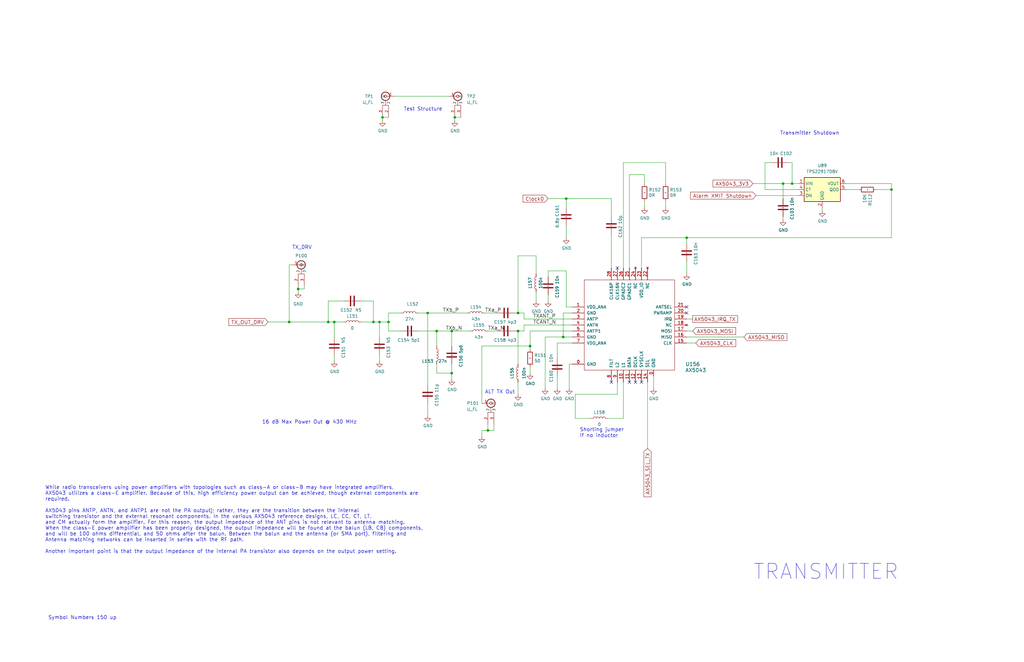
<source format=kicad_sch>
(kicad_sch (version 20230121) (generator eeschema)
  (paper "USLedger")
  (title_block (title "Radiation Tolerant PacSat Communication") (date "2023-06-17") (rev "A") (company "AMSAT-NA") (comment 1 "N5BRG"))
  (lib_symbols
    (symbol "Device:C" (pin_numbers hide) (pin_names (offset 0.254))
      (property "Reference" "C" (at 0.635 2.54 0))
      (property "Value" "C" (at 0.635 -2.54 0))
      (symbol "C_0_1"
        (polyline (pts (xy -2.032 -0.762) (xy 2.032 -0.762)) (stroke (width 0.508)))
        (polyline (pts (xy -2.032 0.762) (xy 2.032 0.762)) (stroke (width 0.508)))
      )
      (symbol "C_1_1"
        (pin passive line (at 0 3.81 270) (length 2.794) (name "~") (number "1"))
        (pin passive line (at 0 -3.81 90) (length 2.794) (name "~") (number "2"))
      )
    )
    (symbol "Device:L" (pin_numbers hide) (pin_names (offset 1.016) hide)
      (property "Reference" "L" (at -1.27 0 90))
      (property "Value" "L" (at 1.905 0 90))
      (symbol "L_0_1"
        (arc (start 0 -2.54) (mid 0.6323 -1.905) (end 0 -1.27))
        (arc (start 0 -1.27) (mid 0.6323 -0.635) (end 0 0))
        (arc (start 0 0) (mid 0.6323 0.635) (end 0 1.27))
        (arc (start 0 1.27) (mid 0.6323 1.905) (end 0 2.54))
      )
      (symbol "L_1_1"
        (pin passive line (at 0 3.81 270) (length 1.27) (name "1") (number "1"))
        (pin passive line (at 0 -3.81 90) (length 1.27) (name "2") (number "2"))
      )
    )
    (symbol "Device:R" (pin_numbers hide) (pin_names (offset 0))
      (property "Reference" "R" (at 2.032 0 90))
      (property "Value" "R" (at 0 0 90))
      (symbol "R_0_1"
        (rectangle (start -1.016 -2.54) (end 1.016 2.54) (stroke (width 0.254)))
      )
      (symbol "R_1_1"
        (pin passive line (at 0 3.81 270) (length 1.27) (name "~") (number "1"))
        (pin passive line (at 0 -3.81 90) (length 1.27) (name "~") (number "2"))
      )
    )
    (symbol "PACSAT_DEV_misc:AX5043" (pin_names (offset 1.016))
      (property "Reference" "U156" (at 16.51 -21.59 0))
      (property "Value" "AX5043" (at -5.08 0 0))
      (symbol "AX5043_0_1"
        (rectangle (start -19.05 19.05) (end 19.05 -19.05))
      )
      (symbol "AX5043_1_1"
        (pin passive line (at -24.13 -16.51 0) (length 5.08) (name "GND") (number "0"))
        (pin power_in line (at 10.16 -21.59 90) (length 2.54) (name "GND") (number "0"))
        (pin passive line (at -24.13 7.62 0) (length 5.08) (name "VDD_ANA") (number "1"))
        (pin passive line (at -2.54 -24.13 90) (length 5.08) (name "L1") (number "10"))
        (pin input line (at 0 -24.13 90) (length 5.08) (name "DATA") (number "11"))
        (pin input line (at 2.54 -24.13 90) (length 5.08) (name "DCLK") (number "12"))
        (pin output line (at 5.08 -24.13 90) (length 5.08) (name "SYSCLK") (number "13"))
        (pin input line (at 7.62 -24.13 90) (length 5.08) (name "SEL") (number "14"))
        (pin input line (at 24.13 -7.62 180) (length 5.08) (name "CLK") (number "15"))
        (pin tri_state line (at 24.13 -5.08 180) (length 5.08) (name "MISO") (number "16"))
        (pin input line (at 24.13 -2.54 180) (length 5.08) (name "MOSI") (number "17"))
        (pin no_connect line (at 24.13 0 180) (length 5.08) (name "NC") (number "18"))
        (pin output line (at 24.13 2.54 180) (length 5.08) (name "IRQ") (number "19"))
        (pin input line (at -24.13 5.08 0) (length 5.08) (name "GND") (number "2"))
        (pin output line (at 24.13 5.08 180) (length 5.08) (name "PWRAMP") (number "20"))
        (pin output line (at 24.13 7.62 180) (length 5.08) (name "ANTSEL") (number "21"))
        (pin no_connect line (at 7.62 24.13 270) (length 5.08) (name "NC") (number "22"))
        (pin passive line (at 5.08 24.13 270) (length 5.08) (name "VDD_IO") (number "23"))
        (pin no_connect line (at 2.54 24.13 270) (length 5.08) (name "NC") (number "24"))
        (pin input line (at 0 24.13 270) (length 5.08) (name "GPADC1") (number "25"))
        (pin input line (at -2.54 24.13 270) (length 5.08) (name "GPADC2") (number "26"))
        (pin passive line (at -5.08 24.13 270) (length 5.08) (name "CLK16N") (number "27"))
        (pin passive line (at -7.62 24.13 270) (length 5.08) (name "CLK16P") (number "28"))
        (pin bidirectional line (at -24.13 2.54 0) (length 5.08) (name "ANTP") (number "3"))
        (pin bidirectional line (at -24.13 0 0) (length 5.08) (name "ANTN") (number "4"))
        (pin output line (at -24.13 -2.54 0) (length 5.08) (name "ANTP1") (number "5"))
        (pin input line (at -24.13 -5.08 0) (length 5.08) (name "GND") (number "6"))
        (pin passive line (at -24.13 -7.62 0) (length 5.08) (name "VDD_ANA") (number "7"))
        (pin passive line (at -7.62 -24.13 90) (length 5.08) (name "FILT") (number "8"))
        (pin passive line (at -5.08 -24.13 90) (length 5.08) (name "L2") (number "9"))
      )
    )
    (symbol "PACSAT_DEV_misc:U_FL"
      (property "Reference" "U" (at -3.81 2.54 0))
      (symbol "U_FL_0_1"
        (polyline (pts (xy -1.27 -3.81) (xy 1.27 -3.81)))
        (polyline (pts (xy 0 -3.81) (xy 0 -1.778)))
        (circle (center 0 0) (radius 0.508) (stroke (width 0.2032)))
        (circle (center 0 0) (radius 1.778) (stroke (width 0.3048)))
      )
      (symbol "U_FL_1_1"
        (pin bidirectional line (at -3.81 0 0) (length 3.302) (name "In") (number "1"))
        (pin power_in line (at -1.27 -8.89 90) (length 5.08) (name "2") (number "2"))
        (pin power_in line (at 1.27 -8.89 90) (length 5.08) (name "3") (number "3"))
      )
    )
    (symbol "Power_Management:TPS22917DBV"
      (property "Reference" "U" (at -6.35 6.35 0))
      (property "Value" "TPS22917DBV" (at 2.54 6.35 0))
      (symbol "TPS22917DBV_0_1"
        (rectangle (start -7.62 5.08) (end 7.62 -5.08) (stroke (width 0.254)) (fill (type background)))
      )
      (symbol "TPS22917DBV_1_1"
        (pin power_in line (at -10.16 2.54 0) (length 2.54) (name "VIN") (number "1"))
        (pin power_in line (at 0 -7.62 90) (length 2.54) (name "GND") (number "2"))
        (pin input line (at -10.16 -2.54 0) (length 2.54) (name "ON") (number "3"))
        (pin output line (at -10.16 0 0) (length 2.54) (name "CT") (number "4"))
        (pin open_collector line (at 10.16 0 180) (length 2.54) (name "QOD") (number "5"))
        (pin power_out line (at 10.16 2.54 180) (length 2.54) (name "VOUT") (number "6"))
      )
    )
    (symbol "power:GND" (power) (pin_names (offset 0))
      (property "Value" "GND" (at 0 -3.81 0))
      (symbol "GND_0_1"
        (polyline (pts (xy 0 0) (xy 0 -1.27) (xy 1.27 -1.27) (xy 0 -2.54) (xy -1.27 -1.27) (xy 0 -1.27)))
      )
      (symbol "GND_1_1"
        (pin power_in line (at 0 0 270) (length 0) hide (name "GND") (number "1"))
      )
    )
  )
  (junction (at 184.15 139.7))
  (junction (at 180.34 132.08))
  (junction (at 125.73 121.92))
  (junction (at 138.43 135.89))
  (junction (at 190.5 139.7))
  (junction (at 191.77 49.53))
  (junction (at 237.49 142.24))
  (junction (at 157.48 135.89))
  (junction (at 121.92 135.89))
  (junction (at 205.74 181.61))
  (junction (at 375.92 80.01))
  (junction (at 140.97 135.89))
  (junction (at 218.44 139.7))
  (junction (at 160.02 135.89))
  (junction (at 223.52 146.05))
  (junction (at 161.29 49.53))
  (junction (at 190.5 157.48))
  (junction (at 218.44 132.08))
  (junction (at 289.56 100.33))
  (junction (at 163.83 135.89))
  (junction (at 334.01 77.47))
  (junction (at 238.76 83.82))
  (junction (at 330.2 77.47))
  (no_connect (at 260.35 113.03))
  (no_connect (at 267.97 161.29))
  (no_connect (at 257.81 161.29))
  (no_connect (at 289.56 129.54))
  (no_connect (at 270.51 161.29))
  (no_connect (at 265.43 161.29))
  (no_connect (at 289.56 132.08))
  (wire (pts (xy 180.34 132.08) (xy 196.85 132.08)))
  (wire (pts (xy 265.43 73.66) (xy 271.78 73.66)))
  (wire (pts (xy 238.76 114.3) (xy 231.14 114.3)))
  (wire (pts (xy 163.83 132.08) (xy 168.91 132.08)))
  (wire (pts (xy 237.49 142.24) (xy 241.3 142.24)))
  (wire (pts (xy 121.92 111.76) (xy 121.92 135.89)))
  (wire (pts (xy 191.77 49.53) (xy 191.77 50.8)))
  (wire (pts (xy 289.56 100.33) (xy 375.92 100.33)))
  (wire (pts (xy 223.52 139.7) (xy 241.3 139.7)))
  (wire (pts (xy 334.01 77.47) (xy 336.55 77.47)))
  (wire (pts (xy 184.15 139.7) (xy 190.5 139.7)))
  (wire (pts (xy 322.58 68.58) (xy 322.58 80.01)))
  (wire (pts (xy 280.67 68.58) (xy 280.67 77.47)))
  (wire (pts (xy 161.29 49.53) (xy 163.83 49.53)))
  (wire (pts (xy 160.02 149.86) (xy 160.02 152.4)))
  (wire (pts (xy 256.54 176.53) (xy 262.89 176.53)))
  (wire (pts (xy 205.74 181.61) (xy 208.28 181.61)))
  (wire (pts (xy 180.34 132.08) (xy 180.34 162.56)))
  (wire (pts (xy 238.76 129.54) (xy 238.76 114.3)))
  (wire (pts (xy 138.43 135.89) (xy 140.97 135.89)))
  (wire (pts (xy 161.29 49.53) (xy 161.29 50.8)))
  (wire (pts (xy 163.83 139.7) (xy 168.91 139.7)))
  (wire (pts (xy 325.12 68.58) (xy 322.58 68.58)))
  (wire (pts (xy 257.81 99.06) (xy 257.81 113.03)))
  (wire (pts (xy 144.78 127) (xy 138.43 127)))
  (wire (pts (xy 208.28 179.07) (xy 208.28 181.61)))
  (wire (pts (xy 260.35 166.37) (xy 242.57 166.37)))
  (wire (pts (xy 204.47 132.08) (xy 209.55 132.08)))
  (wire (pts (xy 231.14 114.3) (xy 231.14 116.84)))
  (wire (pts (xy 346.71 87.63) (xy 346.71 88.9)))
  (wire (pts (xy 289.56 102.87) (xy 289.56 100.33)))
  (wire (pts (xy 203.2 181.61) (xy 205.74 181.61)))
  (wire (pts (xy 231.14 124.46) (xy 231.14 127)))
  (wire (pts (xy 223.52 146.05) (xy 203.2 146.05)))
  (wire (pts (xy 218.44 107.95) (xy 218.44 132.08)))
  (wire (pts (xy 125.73 121.92) (xy 128.27 121.92)))
  (wire (pts (xy 220.98 139.7) (xy 220.98 137.16)))
  (wire (pts (xy 160.02 142.24) (xy 160.02 135.89)))
  (wire (pts (xy 176.53 132.08) (xy 180.34 132.08)))
  (wire (pts (xy 375.92 80.01) (xy 375.92 100.33)))
  (wire (pts (xy 190.5 157.48) (xy 190.5 160.02)))
  (wire (pts (xy 191.77 49.53) (xy 194.31 49.53)))
  (wire (pts (xy 265.43 73.66) (xy 265.43 113.03)))
  (wire (pts (xy 140.97 149.86) (xy 140.97 152.4)))
  (wire (pts (xy 180.34 170.18) (xy 180.34 175.26)))
  (wire (pts (xy 184.15 153.67) (xy 184.15 157.48)))
  (wire (pts (xy 203.2 146.05) (xy 203.2 170.18)))
  (wire (pts (xy 190.5 139.7) (xy 198.12 139.7)))
  (wire (pts (xy 229.87 142.24) (xy 237.49 142.24)))
  (wire (pts (xy 262.89 161.29) (xy 262.89 176.53)))
  (wire (pts (xy 190.5 153.67) (xy 190.5 157.48)))
  (wire (pts (xy 257.81 83.82) (xy 238.76 83.82)))
  (wire (pts (xy 152.4 127) (xy 157.48 127)))
  (wire (pts (xy 226.06 107.95) (xy 226.06 115.57)))
  (wire (pts (xy 184.15 157.48) (xy 190.5 157.48)))
  (wire (pts (xy 226.06 107.95) (xy 218.44 107.95)))
  (wire (pts (xy 317.5 77.47) (xy 330.2 77.47)))
  (wire (pts (xy 176.53 139.7) (xy 184.15 139.7)))
  (wire (pts (xy 223.52 139.7) (xy 223.52 146.05)))
  (wire (pts (xy 240.03 153.67) (xy 240.03 163.83)))
  (wire (pts (xy 242.57 166.37) (xy 242.57 176.53)))
  (wire (pts (xy 241.3 132.08) (xy 237.49 132.08)))
  (wire (pts (xy 270.51 100.33) (xy 289.56 100.33)))
  (wire (pts (xy 157.48 127) (xy 157.48 135.89)))
  (wire (pts (xy 217.17 132.08) (xy 218.44 132.08)))
  (wire (pts (xy 280.67 85.09) (xy 280.67 87.63)))
  (wire (pts (xy 289.56 134.62) (xy 292.1 134.62)))
  (wire (pts (xy 217.17 139.7) (xy 218.44 139.7)))
  (wire (pts (xy 123.19 111.76) (xy 121.92 111.76)))
  (wire (pts (xy 140.97 135.89) (xy 144.78 135.89)))
  (wire (pts (xy 289.56 139.7) (xy 292.1 139.7)))
  (wire (pts (xy 273.05 161.29) (xy 273.05 189.23)))
  (wire (pts (xy 271.78 85.09) (xy 271.78 87.63)))
  (wire (pts (xy 356.87 80.01) (xy 361.95 80.01)))
  (wire (pts (xy 223.52 154.94) (xy 223.52 157.48)))
  (wire (pts (xy 220.98 134.62) (xy 241.3 134.62)))
  (wire (pts (xy 140.97 142.24) (xy 140.97 135.89)))
  (wire (pts (xy 330.2 91.44) (xy 330.2 92.71)))
  (wire (pts (xy 203.2 181.61) (xy 203.2 184.15)))
  (wire (pts (xy 205.74 179.07) (xy 205.74 181.61)))
  (wire (pts (xy 289.56 110.49) (xy 289.56 115.57)))
  (wire (pts (xy 190.5 139.7) (xy 190.5 146.05)))
  (wire (pts (xy 184.15 139.7) (xy 184.15 146.05)))
  (wire (pts (xy 234.95 144.78) (xy 234.95 151.13)))
  (wire (pts (xy 205.74 139.7) (xy 209.55 139.7)))
  (wire (pts (xy 125.73 120.65) (xy 125.73 121.92)))
  (wire (pts (xy 241.3 153.67) (xy 240.03 153.67)))
  (wire (pts (xy 218.44 161.29) (xy 218.44 166.37)))
  (wire (pts (xy 262.89 68.58) (xy 280.67 68.58)))
  (wire (pts (xy 238.76 83.82) (xy 238.76 87.63)))
  (wire (pts (xy 334.01 68.58) (xy 332.74 68.58)))
  (wire (pts (xy 270.51 113.03) (xy 270.51 100.33)))
  (wire (pts (xy 113.03 135.89) (xy 121.92 135.89)))
  (wire (pts (xy 241.3 129.54) (xy 238.76 129.54)))
  (wire (pts (xy 218.44 139.7) (xy 220.98 139.7)))
  (wire (pts (xy 218.44 132.08) (xy 220.98 132.08)))
  (wire (pts (xy 229.87 163.83) (xy 229.87 142.24)))
  (wire (pts (xy 334.01 68.58) (xy 334.01 77.47)))
  (wire (pts (xy 242.57 176.53) (xy 248.92 176.53)))
  (wire (pts (xy 152.4 135.89) (xy 157.48 135.89)))
  (wire (pts (xy 220.98 132.08) (xy 220.98 134.62)))
  (wire (pts (xy 166.37 40.64) (xy 189.23 40.64)))
  (wire (pts (xy 289.56 144.78) (xy 293.37 144.78)))
  (wire (pts (xy 160.02 135.89) (xy 163.83 135.89)))
  (wire (pts (xy 375.92 77.47) (xy 375.92 80.01)))
  (wire (pts (xy 138.43 127) (xy 138.43 135.89)))
  (wire (pts (xy 289.56 142.24) (xy 313.69 142.24)))
  (wire (pts (xy 157.48 135.89) (xy 160.02 135.89)))
  (wire (pts (xy 356.87 77.47) (xy 375.92 77.47)))
  (wire (pts (xy 275.59 158.75) (xy 275.59 163.83)))
  (wire (pts (xy 121.92 135.89) (xy 138.43 135.89)))
  (wire (pts (xy 262.89 68.58) (xy 262.89 113.03)))
  (wire (pts (xy 257.81 83.82) (xy 257.81 91.44)))
  (wire (pts (xy 238.76 83.82) (xy 231.14 83.82)))
  (wire (pts (xy 220.98 137.16) (xy 241.3 137.16)))
  (wire (pts (xy 241.3 144.78) (xy 234.95 144.78)))
  (wire (pts (xy 318.77 82.55) (xy 336.55 82.55)))
  (wire (pts (xy 369.57 80.01) (xy 375.92 80.01)))
  (wire (pts (xy 234.95 158.75) (xy 234.95 163.83)))
  (wire (pts (xy 237.49 132.08) (xy 237.49 142.24)))
  (wire (pts (xy 125.73 121.92) (xy 125.73 123.19)))
  (wire (pts (xy 330.2 77.47) (xy 330.2 83.82)))
  (wire (pts (xy 163.83 132.08) (xy 163.83 135.89)))
  (wire (pts (xy 223.52 146.05) (xy 223.52 147.32)))
  (wire (pts (xy 218.44 139.7) (xy 218.44 153.67)))
  (wire (pts (xy 330.2 77.47) (xy 334.01 77.47)))
  (wire (pts (xy 226.06 123.19) (xy 226.06 127)))
  (wire (pts (xy 163.83 135.89) (xy 163.83 139.7)))
  (wire (pts (xy 260.35 161.29) (xy 260.35 166.37)))
  (wire (pts (xy 238.76 95.25) (xy 238.76 100.33)))
  (wire (pts (xy 271.78 73.66) (xy 271.78 77.47)))
  (wire (pts (xy 322.58 80.01) (xy 336.55 80.01)))
  (wire (pts (xy 128.27 120.65) (xy 128.27 121.92)))
  (text "Transmitter Shutdown" (at 328.93 57.15 0) (effects (font (size 1.524 1.524)) (justify left bottom)))
  (text "TX_DRV" (at 123.19 105.41 0) (effects (font (size 1.524 1.524)) (justify left bottom)))
  (text "Symbol Numbers 150 up" (at 20.32 261.62 0) (effects (font (size 1.524 1.524)) (justify left bottom)))
  (text "16 dB Max Power Out @ 430 MHz" (at 110.49 179.07 0) (effects (font (size 1.524 1.524)) (justify left bottom)))
  (text "Test Structure" (at 170.18 46.99 0) (effects (font (size 1.524 1.524)) (justify left bottom)))
  (text "TRANSMITTER" (at 317.5 245.11 0) (effects (font (size 6.35 6.35)) (justify left bottom)))
  (text "While radio transceivers using power amplifiers with topologies such as class-A or class-B may have integrated amplifiers, \nAX5043 utilizes a class-E amplifier. Because of this, high efficiency power output can be achieved, though external components are \nrequired.\n\nAX5043 pins ANTP, ANTN, and ANTP1 are not the PA outputj; rather, they are the transition between the internal \nswitching transistor and the external resonant components. In the various AX5043 reference designs, LC, CC, CT, LT, \nand CM actually form the amplifier. For this reason, the output impedance of the ANT pins is not relevant to antenna matching. \nWhen the class-E power amplifier has been properly designed, the output impedance will be found at the balun (LB, CB) components, \nand will be 100 ohms differential, and 50 ohms after the balun. Between the balun and the antenna (or SMA port), filtering and \nAntenna matching networks can be inserted in series with the RF path.\n\nAnother important point is that the output impedance of the internal PA transistor also depends on the output power setting." (at 19.05 233.68 0) (effects (font (size 1.524 1.524)) (justify left bottom)))
  (text "ALT TX Out" (at 204.47 166.37 0) (effects (font (size 1.524 1.524)) (justify left bottom)))
  (text "Shorting jumper\nif no inductor" (at 244.475 184.785 0) (effects (font (size 1.524 1.524)) (justify left bottom)))
  (label "TXa_P" (at 204.47 132.08 0) (effects (font (size 1.524 1.524))))
  (label "TXa_N" (at 205.74 139.7 0) (effects (font (size 1.524 1.524))))
  (label "TXANT_P" (at 224.79 134.62 0) (effects (font (size 1.524 1.524))))
  (label "TCANT_N" (at 224.79 137.16 0) (effects (font (size 1.524 1.524))))
  (label "TXb_P" (at 186.69 132.08 0) (effects (font (size 1.524 1.524))))
  (label "TXb_N" (at 187.96 139.7 0) (effects (font (size 1.524 1.524))))
  (global_label "Alarm XMIT Shutdown" (shape input) (at 318.77 82.55 180) (effects (font (size 1.524 1.524))) (property "Intersheetrefs" "${INTERSHEET_REFS}" (effects hide)))
  (global_label "AX5043_CLK" (shape input) (at 293.37 144.78 0) (effects (font (size 1.524 1.524))) (property "Intersheetrefs" "${INTERSHEET_REFS}" (effects hide)))
  (global_label "AX5043_MISO" (shape input) (at 313.69 142.24 0) (effects (font (size 1.524 1.524))) (property "Intersheetrefs" "${INTERSHEET_REFS}" (effects hide)))
  (global_label "AX5043_SEL_TX" (shape input) (at 273.05 189.23 270) (effects (font (size 1.524 1.524))) (property "Intersheetrefs" "${INTERSHEET_REFS}" (effects hide)))
  (global_label "Clock0" (shape input) (at 231.14 83.82 180) (effects (font (size 1.524 1.524))) (property "Intersheetrefs" "${INTERSHEET_REFS}" (effects hide)))
  (global_label "AX5043_3V3" (shape input) (at 317.5 77.47 180) (effects (font (size 1.524 1.524))) (property "Intersheetrefs" "${INTERSHEET_REFS}" (effects hide)))
  (global_label "AX5043_MOSI" (shape input) (at 292.1 139.7 0) (effects (font (size 1.524 1.524))) (property "Intersheetrefs" "${INTERSHEET_REFS}" (effects hide)))
  (global_label "AX5043_IRQ_TX" (shape passive) (at 292.1 134.62 0) (effects (font (size 1.524 1.524))) (property "Intersheetrefs" "${INTERSHEET_REFS}" (effects hide)))
  (global_label "TX_OUT_DRV" (shape input) (at 113.03 135.89 180) (effects (font (size 1.524 1.524))) (property "Intersheetrefs" "${INTERSHEET_REFS}" (effects hide)))
  (symbol (lib_id "Device:C") (at 213.36 132.08 270) (unit 1)
    (property "Reference" "C157" (at 210.82 135.89 90))
    (property "Value" "4p3" (at 215.9 135.89 90))
    (property "Footprint" "Capacitor_SMD:C_0603_1608Metric_Pad1.08x0.95mm_HandSolder" (effects hide))
    (property "Datasheet" "~" (at 213.36 132.08 0))
  )
  (symbol (lib_id "power:GND") (at 289.56 115.57 0) (unit 1)
    (property "Reference" "#PWR0184" (effects hide))
    (property "Value" "GND" (at 289.687 119.9642 0))
  )
  (symbol (lib_id "Device:C") (at 213.36 139.7 270) (unit 1)
    (property "Reference" "C158" (at 210.82 143.51 90))
    (property "Value" "4p3" (at 215.9 143.51 90))
    (property "Footprint" "Capacitor_SMD:C_0603_1608Metric_Pad1.08x0.95mm_HandSolder" (effects hide))
    (property "Datasheet" "~" (at 213.36 139.7 0))
  )
  (symbol (lib_id "Device:C") (at 231.14 120.65 0) (unit 1)
    (property "Reference" "C159" (at 234.95 123.19 90))
    (property "Value" "10n" (at 234.95 118.11 90))
    (property "Footprint" "Capacitor_SMD:C_0603_1608Metric_Pad1.08x0.95mm_HandSolder" (effects hide))
    (property "Datasheet" "~" (at 231.14 120.65 0))
  )
  (symbol (lib_id "power:GND") (at 226.06 127 0) (unit 1)
    (property "Reference" "#PWR0175" (effects hide))
    (property "Value" "GND" (at 226.187 131.3942 0))
  )
  (symbol (lib_id "power:GND") (at 218.44 166.37 0) (unit 1)
    (property "Reference" "#PWR0173" (effects hide))
    (property "Value" "GND" (at 218.567 170.7642 0))
  )
  (symbol (lib_id "Device:C") (at 289.56 106.68 0) (unit 1)
    (property "Reference" "C163" (at 293.37 109.22 90))
    (property "Value" "10n" (at 293.37 104.14 90))
    (property "Footprint" "Capacitor_SMD:C_0603_1608Metric_Pad1.08x0.95mm_HandSolder" (effects hide))
    (property "Datasheet" "~" (at 289.56 106.68 0))
  )
  (symbol (lib_id "power:GND") (at 231.14 127 0) (unit 1)
    (property "Reference" "#PWR0177" (effects hide))
    (property "Value" "GND" (at 231.267 131.3942 0))
  )
  (symbol (lib_id "power:GND") (at 229.87 163.83 0) (unit 1)
    (property "Reference" "#PWR0176" (effects hide))
    (property "Value" "GND" (at 229.997 168.2242 0))
  )
  (symbol (lib_id "Device:C") (at 190.5 149.86 0) (unit 1)
    (property "Reference" "C156" (at 194.31 152.4 90))
    (property "Value" "5p6" (at 194.31 147.32 90))
    (property "Footprint" "Capacitor_SMD:C_0603_1608Metric_Pad1.08x0.95mm_HandSolder" (effects hide))
    (property "Datasheet" "~" (at 190.5 149.86 0))
  )
  (symbol (lib_id "Device:L") (at 184.15 149.86 0) (unit 1)
    (property "Reference" "L153" (at 180.34 152.4 0))
    (property "Value" "27n" (at 186.69 152.4 0))
    (property "Footprint" "PacSatDev_misc:L_Murata_LQH2MCNxxxx02_2.0x1.6mm" (effects hide))
  )
  (symbol (lib_id "power:GND") (at 190.5 160.02 0) (unit 1)
    (property "Reference" "#PWR0171" (effects hide))
    (property "Value" "GND" (at 190.627 164.4142 0))
  )
  (symbol (lib_id "Device:C") (at 172.72 139.7 270) (unit 1)
    (property "Reference" "C154" (at 170.18 143.51 90))
    (property "Value" "5p1" (at 175.26 143.51 90))
    (property "Footprint" "Capacitor_SMD:C_0603_1608Metric_Pad1.08x0.95mm_HandSolder" (effects hide))
    (property "Datasheet" "~" (at 172.72 139.7 0))
  )
  (symbol (lib_id "Device:C") (at 180.34 166.37 0) (unit 1)
    (property "Reference" "C155" (at 184.15 168.91 90))
    (property "Value" "11p" (at 184.15 163.83 90))
    (property "Footprint" "Capacitor_SMD:C_0603_1608Metric_Pad1.08x0.95mm_HandSolder" (effects hide))
    (property "Datasheet" "~" (at 180.34 166.37 0))
  )
  (symbol (lib_id "power:GND") (at 180.34 175.26 0) (unit 1)
    (property "Reference" "#PWR0170" (effects hide))
    (property "Value" "GND" (at 180.467 179.6542 0))
  )
  (symbol (lib_id "Device:C") (at 148.59 127 270) (unit 1)
    (property "Reference" "C152" (at 146.05 130.81 90))
    (property "Value" "NS" (at 151.13 130.81 90))
    (property "Footprint" "Capacitor_SMD:C_0603_1608Metric_Pad1.08x0.95mm_HandSolder" (effects hide))
    (property "Datasheet" "~" (at 148.59 127 0))
  )
  (symbol (lib_id "Device:C") (at 140.97 146.05 0) (unit 1)
    (property "Reference" "C151" (at 144.78 148.59 90))
    (property "Value" "NS" (at 144.78 143.51 90))
    (property "Footprint" "Capacitor_SMD:C_0603_1608Metric_Pad1.08x0.95mm_HandSolder" (effects hide))
    (property "Datasheet" "~" (at 140.97 146.05 0))
  )
  (symbol (lib_id "Device:C") (at 160.02 146.05 0) (unit 1)
    (property "Reference" "C153" (at 163.83 148.59 90))
    (property "Value" "NS" (at 163.83 143.51 90))
    (property "Footprint" "Capacitor_SMD:C_0603_1608Metric_Pad1.08x0.95mm_HandSolder" (effects hide))
    (property "Datasheet" "~" (at 160.02 146.05 0))
  )
  (symbol (lib_id "power:GND") (at 160.02 152.4 0) (unit 1)
    (property "Reference" "#PWR0169" (effects hide))
    (property "Value" "GND" (at 160.147 156.7942 0))
  )
  (symbol (lib_id "power:GND") (at 140.97 152.4 0) (unit 1)
    (property "Reference" "#PWR0167" (effects hide))
    (property "Value" "GND" (at 141.097 156.7942 0))
  )
  (symbol (lib_id "Device:C") (at 234.95 154.94 0) (unit 1)
    (property "Reference" "C160" (at 232.41 158.75 90))
    (property "Value" "10n" (at 232.41 151.13 90))
    (property "Footprint" "Capacitor_SMD:C_0603_1608Metric_Pad1.08x0.95mm_HandSolder" (effects hide))
    (property "Datasheet" "~" (at 234.95 154.94 0))
  )
  (symbol (lib_id "power:GND") (at 234.95 163.83 0) (unit 1)
    (property "Reference" "#PWR0178" (effects hide))
    (property "Value" "GND" (at 235.077 168.2242 0))
  )
  (symbol (lib_id "power:GND") (at 240.03 163.83 0) (unit 1)
    (property "Reference" "#PWR0180" (effects hide))
    (property "Value" "GND" (at 240.157 168.2242 0))
  )
  (symbol (lib_id "Device:R") (at 271.78 81.28 0) (unit 1)
    (property "Reference" "R152" (at 273.558 80.1116 0) (effects (justify left)))
    (property "Value" "0R" (at 273.558 82.423 0) (effects (justify left)))
    (property "Footprint" "Resistor_SMD:R_0603_1608Metric_Pad0.98x0.95mm_HandSolder" (effects hide))
    (property "Datasheet" "~" (at 271.78 81.28 0))
  )
  (symbol (lib_id "Device:R") (at 280.67 81.28 0) (unit 1)
    (property "Reference" "R153" (at 282.448 80.1116 0) (effects (justify left)))
    (property "Value" "0R" (at 282.448 82.423 0) (effects (justify left)))
    (property "Footprint" "Resistor_SMD:R_0603_1608Metric_Pad0.98x0.95mm_HandSolder" (effects hide))
    (property "Datasheet" "~" (at 280.67 81.28 0))
  )
  (symbol (lib_id "power:GND") (at 271.78 87.63 0) (unit 1)
    (property "Reference" "#PWR0181" (effects hide))
    (property "Value" "GND" (at 271.907 92.0242 0))
  )
  (symbol (lib_id "power:GND") (at 280.67 87.63 0) (unit 1)
    (property "Reference" "#PWR0183" (effects hide))
    (property "Value" "GND" (at 280.797 92.0242 0))
  )
  (symbol (lib_id "Device:R") (at 223.52 151.13 0) (unit 1)
    (property "Reference" "R151" (at 225.298 149.9616 0) (effects (justify left)))
    (property "Value" "50" (at 225.298 152.273 0) (effects (justify left)))
    (property "Footprint" "Resistor_SMD:R_0603_1608Metric_Pad0.98x0.95mm_HandSolder" (effects hide))
    (property "Datasheet" "~" (at 223.52 151.13 0))
  )
  (symbol (lib_id "power:GND") (at 223.52 157.48 0) (unit 1)
    (property "Reference" "#PWR0174" (effects hide))
    (property "Value" "GND" (at 223.647 161.8742 0))
  )
  (symbol (lib_id "Device:L") (at 148.59 135.89 90) (unit 1)
    (property "Reference" "L151" (at 148.59 133.35 90))
    (property "Value" "0" (at 148.59 138.43 90))
    (property "Footprint" "PacSatDev_misc:L_Murata_LQH2MCNxxxx02_2.0x1.6mm" (effects hide))
  )
  (symbol (lib_id "Device:C") (at 257.81 95.25 0) (unit 1)
    (property "Reference" "C162" (at 261.62 97.79 90))
    (property "Value" "10p" (at 261.62 92.71 90))
    (property "Footprint" "Capacitor_SMD:C_0603_1608Metric_Pad1.08x0.95mm_HandSolder" (effects hide))
    (property "Datasheet" "~" (at 257.81 95.25 0))
  )
  (symbol (lib_id "power:GND") (at 161.29 50.8 0) (unit 1)
    (property "Reference" "#PWR086" (effects hide))
    (property "Value" "GND" (at 161.417 55.1942 0))
  )
  (symbol (lib_id "power:GND") (at 346.71 88.9 0) (unit 1)
    (property "Reference" "#PWR0124" (effects hide))
    (property "Value" "GND" (at 346.837 93.2942 0))
  )
  (symbol (lib_id "PACSAT_DEV_misc:U_FL") (at 162.56 40.64 0) (mirror y) (unit 1)
    (property "Reference" "TP1" (at 157.48 40.64 0) (effects (justify left)))
    (property "Value" "U_FL" (at 157.48 43.18 0) (effects (justify left)))
    (property "Footprint" "PacSatDev_misc:U_FL SMD" (effects hide))
  )
  (symbol (lib_id "power:GND") (at 275.59 163.83 0) (unit 1)
    (property "Reference" "#PWR0182" (effects hide))
    (property "Value" "GND" (at 275.717 168.2242 0))
  )
  (symbol (lib_id "Device:L") (at 201.93 139.7 90) (unit 1)
    (property "Reference" "L155" (at 201.93 137.16 90))
    (property "Value" "43n" (at 201.93 142.24 90))
    (property "Footprint" "Inductor_SMD:L_0603_1608Metric_Pad1.05x0.95mm_HandSolder" (effects hide))
  )
  (symbol (lib_id "Device:C") (at 328.93 68.58 90) (unit 1)
    (property "Reference" "C102" (at 331.47 64.77 90))
    (property "Value" "10n" (at 326.39 64.77 90))
    (property "Footprint" "Capacitor_SMD:C_0603_1608Metric_Pad1.08x0.95mm_HandSolder" (effects hide))
    (property "Datasheet" "~" (at 328.93 68.58 0))
  )
  (symbol (lib_id "PACSAT_DEV_misc:U_FL") (at 207.01 170.18 0) (unit 1)
    (property "Reference" "P101" (at 196.85 170.18 0) (effects (justify left)))
    (property "Value" "U_FL" (at 196.85 172.72 0) (effects (justify left)))
    (property "Footprint" "PacSatDev_misc:U_FL" (effects hide))
  )
  (symbol (lib_id "Device:C") (at 330.2 87.63 0) (unit 1)
    (property "Reference" "C103" (at 334.01 90.17 90))
    (property "Value" "10n" (at 334.01 85.09 90))
    (property "Footprint" "Capacitor_SMD:C_0603_1608Metric_Pad1.08x0.95mm_HandSolder" (effects hide))
    (property "Datasheet" "~" (at 330.2 87.63 0))
  )
  (symbol (lib_id "Device:L") (at 226.06 119.38 180) (unit 1)
    (property "Reference" "L157" (at 223.52 119.38 90))
    (property "Value" "100n" (at 227.965 119.38 90))
    (property "Footprint" "PacSatDev_misc:L_Murata_LQH2MCNxxxx02_2.0x1.6mm" (effects hide))
  )
  (symbol (lib_id "power:GND") (at 330.2 92.71 0) (unit 1)
    (property "Reference" "#PWR0125" (effects hide))
    (property "Value" "GND" (at 330.327 97.1042 0))
  )
  (symbol (lib_id "Device:L") (at 252.73 176.53 90) (unit 1)
    (property "Reference" "L158" (at 252.73 173.99 90))
    (property "Value" "0" (at 252.73 179.07 90))
    (property "Footprint" "PacSatDev_misc:L_Murata_LQH2MCNxxxx02_2.0x1.6mm" (effects hide))
  )
  (symbol (lib_id "Device:L") (at 200.66 132.08 90) (unit 1)
    (property "Reference" "L154" (at 200.66 129.54 90))
    (property "Value" "43n" (at 200.66 134.62 90))
    (property "Footprint" "Inductor_SMD:L_0603_1608Metric_Pad1.05x0.95mm_HandSolder" (effects hide))
  )
  (symbol (lib_id "Power_Management:TPS22917DBV") (at 346.71 80.01 0) (unit 1)
    (property "Reference" "U89" (at 346.71 69.85 0))
    (property "Value" "TPS22917DBV" (at 346.71 72.39 0))
    (property "Footprint" "Package_TO_SOT_SMD:SOT-23-6" (effects hide))
    (property "Datasheet" "http://www.ti.com/lit/ds/symlink/tps22917.pdf" (effects hide))
  )
  (symbol (lib_id "Device:R") (at 365.76 80.01 270) (unit 1)
    (property "Reference" "R112" (at 366.9284 81.788 0) (effects (justify left)))
    (property "Value" "10K" (at 364.617 81.788 0) (effects (justify left)))
    (property "Footprint" "Resistor_SMD:R_0603_1608Metric_Pad0.98x0.95mm_HandSolder" (effects hide))
    (property "Datasheet" "~" (at 365.76 80.01 0))
  )
  (symbol (lib_id "power:GND") (at 125.73 123.19 0) (unit 1)
    (property "Reference" "#PWR0166" (effects hide))
    (property "Value" "GND" (at 125.73 128.27 0))
  )
  (symbol (lib_id "power:GND") (at 203.2 184.15 0) (unit 1)
    (property "Reference" "#PWR0172" (effects hide))
    (property "Value" "GND" (at 203.327 188.5442 0))
  )
  (symbol (lib_id "PACSAT_DEV_misc:AX5043") (at 265.43 137.16 0) (unit 1)
    (property "Reference" "U156" (at 292.1 153.67 0) (effects (font (size 1.524 1.524))))
    (property "Value" "AX5043" (at 293.37 156.21 0) (effects (font (size 1.524 1.524))))
    (property "Footprint" "PacSatDev_onsemi:QFN28" (effects hide))
  )
  (symbol (lib_id "Device:L") (at 218.44 157.48 180) (unit 1)
    (property "Reference" "L156" (at 215.9 157.48 90))
    (property "Value" "100n" (at 220.98 157.48 90))
    (property "Footprint" "PacSatDev_misc:L_Murata_LQH2MCNxxxx02_2.0x1.6mm" (effects hide))
  )
  (symbol (lib_id "power:GND") (at 238.76 100.33 0) (unit 1)
    (property "Reference" "#PWR0179" (effects hide))
    (property "Value" "GND" (at 238.887 104.7242 0))
  )
  (symbol (lib_id "PACSAT_DEV_misc:U_FL") (at 193.04 40.64 0) (unit 1)
    (property "Reference" "TP2" (at 196.85 40.64 0) (effects (justify left)))
    (property "Value" "U_FL" (at 196.85 43.18 0) (effects (justify left)))
    (property "Footprint" "PacSatDev_misc:U_FL SMD" (effects hide))
  )
  (symbol (lib_id "Device:C") (at 238.76 91.44 180) (unit 1)
    (property "Reference" "C161" (at 234.95 88.9 90))
    (property "Value" "6.8p" (at 234.95 93.98 90))
    (property "Footprint" "Capacitor_SMD:C_0603_1608Metric_Pad1.08x0.95mm_HandSolder" (effects hide))
    (property "Datasheet" "~" (at 238.76 91.44 0))
  )
  (symbol (lib_id "PACSAT_DEV_misc:U_FL") (at 127 111.76 0) (unit 1)
    (property "Reference" "P100" (at 124.46 107.95 0) (effects (justify left)))
    (property "Value" "~" (at 127 111.76 0))
    (property "Footprint" "PacSatDev_misc:U_FL" (effects hide))
  )
  (symbol (lib_id "Device:L") (at 172.72 132.08 90) (unit 1)
    (property "Reference" "L152" (at 173.99 128.27 90))
    (property "Value" "27n" (at 172.72 134.62 90))
    (property "Footprint" "PacSatDev_misc:L_Murata_LQH2MCNxxxx02_2.0x1.6mm" (effects hide))
  )
  (symbol (lib_id "power:GND") (at 191.77 50.8 0) (unit 1)
    (property "Reference" "#PWR0102" (effects hide))
    (property "Value" "GND" (at 191.897 55.1942 0))
  )
)
</source>
